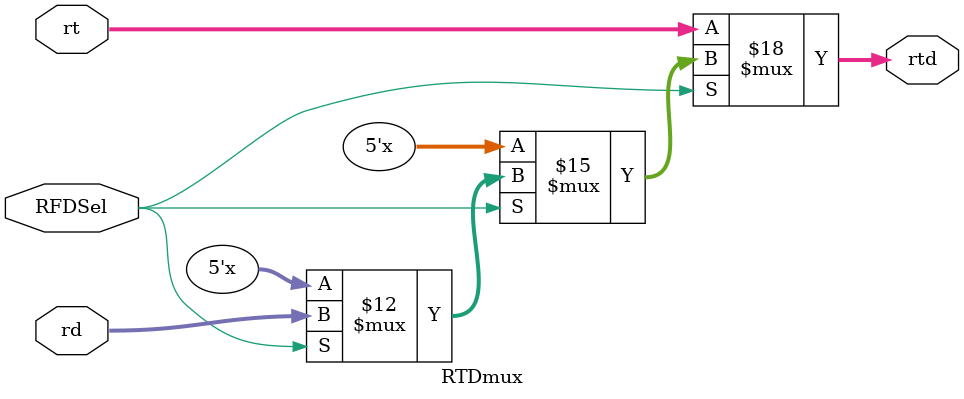
<source format=v>
`timescale 1ns / 1ps


module RTDmux(
input [4:0]rt, 
    rd, 
   input RFDSel,
    output reg [4:0] rtd
    );
    
always @(*)
begin
    if(RFDSel == 1'b0)
        rtd = rt;
    else if(RFDSel == 1'b1)
        rtd = rd;
    else if(RFDSel == 1'bx)
        rtd = rtd;
    end
endmodule
</source>
